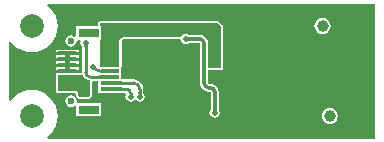
<source format=gbl>
G04*
G04 #@! TF.GenerationSoftware,Altium Limited,Altium Designer,18.1.7 (191)*
G04*
G04 Layer_Physical_Order=2*
G04 Layer_Color=16711680*
%FSLAX24Y24*%
%MOIN*%
G70*
G01*
G75*
%ADD11C,0.0100*%
%ADD22C,0.0394*%
%ADD23C,0.0236*%
%ADD25C,0.0120*%
%ADD33C,0.0787*%
%ADD34C,0.0200*%
%ADD35R,0.0630X0.0118*%
%ADD36R,0.0709X0.0315*%
G36*
X12350Y150D02*
X1436D01*
X1418Y200D01*
X1518Y282D01*
X1627Y414D01*
X1708Y565D01*
X1757Y729D01*
X1774Y900D01*
X1757Y1071D01*
X1708Y1235D01*
X1627Y1386D01*
X1518Y1518D01*
X1386Y1627D01*
X1235Y1708D01*
X1071Y1757D01*
X900Y1774D01*
X729Y1757D01*
X565Y1708D01*
X414Y1627D01*
X282Y1518D01*
X200Y1418D01*
X150Y1436D01*
X150Y3364D01*
X200Y3382D01*
X282Y3282D01*
X414Y3173D01*
X565Y3092D01*
X729Y3043D01*
X900Y3026D01*
X1071Y3043D01*
X1235Y3092D01*
X1386Y3173D01*
X1518Y3282D01*
X1627Y3414D01*
X1708Y3565D01*
X1757Y3729D01*
X1774Y3900D01*
X1757Y4071D01*
X1708Y4235D01*
X1627Y4386D01*
X1518Y4518D01*
X1418Y4600D01*
X1436Y4650D01*
X12350D01*
X12350Y150D01*
D02*
G37*
%LPC*%
G36*
X10595Y4169D02*
X10526Y4160D01*
X10461Y4133D01*
X10405Y4090D01*
X10362Y4035D01*
X10335Y3970D01*
X10326Y3900D01*
X10335Y3830D01*
X10362Y3765D01*
X10405Y3710D01*
X10461Y3667D01*
X10526Y3640D01*
X10595Y3631D01*
X10665Y3640D01*
X10730Y3667D01*
X10786Y3710D01*
X10828Y3765D01*
X10855Y3830D01*
X10864Y3900D01*
X10855Y3970D01*
X10828Y4035D01*
X10786Y4090D01*
X10730Y4133D01*
X10665Y4160D01*
X10595Y4169D01*
D02*
G37*
G36*
X7100Y4071D02*
X3194Y4071D01*
X3166Y4066D01*
X3143Y4050D01*
X3128Y4027D01*
X3122Y4000D01*
Y3907D01*
X2376D01*
Y3577D01*
X2326Y3553D01*
X2283Y3581D01*
X2209Y3596D01*
X2136Y3581D01*
X2074Y3540D01*
X2032Y3477D01*
X2018Y3404D01*
X2032Y3331D01*
X2074Y3268D01*
X2136Y3227D01*
X2209Y3212D01*
X2283Y3227D01*
X2345Y3268D01*
X2387Y3331D01*
X2401Y3404D01*
X2399Y3413D01*
X2431Y3452D01*
X2508D01*
X2537Y3402D01*
X2527Y3350D01*
X2540Y3284D01*
X2577Y3229D01*
X2577Y3228D01*
X2577Y3225D01*
X2578Y3221D01*
Y2350D01*
X2529Y2341D01*
X2476D01*
Y2350D01*
X2091D01*
X1706D01*
Y2301D01*
X1704Y2297D01*
X1699Y2270D01*
Y1750D01*
X1704Y1723D01*
X1706Y1719D01*
Y1680D01*
X1761D01*
X1770Y1679D01*
X2329Y1679D01*
X2379Y1629D01*
Y1600D01*
X2384Y1573D01*
X2400Y1550D01*
X2450Y1500D01*
X2473Y1484D01*
X2500Y1479D01*
X2800Y1479D01*
X2827Y1484D01*
X2850Y1500D01*
X2900Y1550D01*
X2916Y1573D01*
X2921Y1600D01*
X2921Y2042D01*
X2947Y2075D01*
X2953Y2081D01*
X3124D01*
Y1680D01*
X3822D01*
X3822Y1680D01*
X3823Y1680D01*
X3894D01*
Y1687D01*
X4027D01*
X4050Y1647D01*
X4051Y1632D01*
X4040Y1616D01*
X4027Y1550D01*
X4040Y1484D01*
X4077Y1427D01*
X4134Y1390D01*
X4200Y1377D01*
X4266Y1390D01*
X4323Y1427D01*
X4325Y1431D01*
X4375D01*
X4377Y1427D01*
X4434Y1390D01*
X4500Y1377D01*
X4566Y1390D01*
X4623Y1427D01*
X4660Y1484D01*
X4673Y1550D01*
X4660Y1616D01*
X4623Y1671D01*
X4623Y1672D01*
X4623Y1675D01*
X4622Y1679D01*
Y1807D01*
X4623D01*
X4612Y1890D01*
X4580Y1968D01*
X4528Y2035D01*
X4462Y2086D01*
X4384Y2118D01*
X4300Y2129D01*
Y2129D01*
X3894D01*
Y2531D01*
X3895Y2538D01*
Y3370D01*
X3897Y3390D01*
X3914Y3431D01*
X3942Y3460D01*
X3983Y3477D01*
X4004Y3479D01*
X5850Y3479D01*
X5857Y3469D01*
X5870Y3403D01*
X5908Y3347D01*
X5964Y3309D01*
X6031Y3296D01*
X6097Y3309D01*
X6137Y3336D01*
X6146Y3337D01*
X6500D01*
Y3336D01*
X6511Y3331D01*
X6516Y3319D01*
X6517D01*
Y2000D01*
X6518Y1998D01*
X6527Y1927D01*
X6555Y1859D01*
X6600Y1800D01*
X6659Y1755D01*
X6727Y1727D01*
X6798Y1718D01*
X6800Y1717D01*
X6850D01*
Y1716D01*
X6861Y1711D01*
X6866Y1700D01*
X6867D01*
Y1130D01*
X6867Y1127D01*
X6840Y1086D01*
X6827Y1019D01*
X6840Y953D01*
X6877Y897D01*
X6934Y859D01*
X7000Y846D01*
X7066Y859D01*
X7123Y897D01*
X7160Y953D01*
X7173Y1019D01*
X7160Y1086D01*
X7133Y1126D01*
X7133Y1135D01*
Y1700D01*
X7132Y1702D01*
X7123Y1773D01*
X7095Y1841D01*
X7050Y1900D01*
X6991Y1945D01*
X6923Y1973D01*
X6852Y1982D01*
X6850Y1983D01*
X6800D01*
Y1984D01*
X6789Y1989D01*
X6784Y2000D01*
X6783D01*
Y2429D01*
X7200D01*
X7227Y2434D01*
X7250Y2450D01*
X7266Y2473D01*
X7271Y2500D01*
Y3900D01*
X7266Y3927D01*
X7250Y3950D01*
X7150Y4050D01*
X7127Y4066D01*
X7100Y4071D01*
D02*
G37*
G36*
X2091Y3123D02*
X2074Y3120D01*
X1706D01*
Y3041D01*
X2091D01*
X2476D01*
Y3120D01*
X2109D01*
X2091Y3123D01*
D02*
G37*
G36*
X2476Y2941D02*
X2153D01*
X2153Y2934D01*
X2211D01*
X2200Y2933D01*
X2190Y2929D01*
X2181Y2923D01*
X2173Y2914D01*
X2166Y2904D01*
X2162Y2892D01*
X2166Y2881D01*
X2173Y2870D01*
X2181Y2861D01*
X2190Y2855D01*
X2200Y2852D01*
X2211Y2850D01*
X2153D01*
X2153Y2844D01*
X2476D01*
Y2941D01*
D02*
G37*
G36*
X2030D02*
X1706D01*
Y2844D01*
X2030D01*
X2029Y2850D01*
X1971D01*
X1983Y2852D01*
X1993Y2855D01*
X2002Y2861D01*
X2010Y2870D01*
X2016Y2881D01*
X2021Y2892D01*
X2016Y2904D01*
X2010Y2914D01*
X2002Y2923D01*
X1993Y2929D01*
X1983Y2933D01*
X1971Y2934D01*
X2029D01*
X2030Y2941D01*
D02*
G37*
G36*
X2476Y2744D02*
X2153D01*
X2153Y2737D01*
X2211D01*
X2200Y2736D01*
X2190Y2732D01*
X2181Y2726D01*
X2173Y2718D01*
X2166Y2707D01*
X2162Y2695D01*
X2166Y2684D01*
X2173Y2673D01*
X2181Y2664D01*
X2190Y2658D01*
X2200Y2655D01*
X2211Y2654D01*
X2153D01*
X2153Y2647D01*
X2476D01*
Y2665D01*
Y2744D01*
D02*
G37*
G36*
X2030D02*
X1706D01*
Y2665D01*
Y2647D01*
X2030D01*
X2029Y2654D01*
X1971D01*
X1983Y2655D01*
X1993Y2658D01*
X2002Y2664D01*
X2010Y2673D01*
X2016Y2684D01*
X2021Y2695D01*
X2016Y2707D01*
X2010Y2718D01*
X2002Y2726D01*
X1993Y2732D01*
X1983Y2736D01*
X1971Y2737D01*
X2029D01*
X2030Y2744D01*
D02*
G37*
G36*
X2476Y2547D02*
X2153D01*
X2153Y2540D01*
X2211D01*
X2200Y2539D01*
X2190Y2535D01*
X2181Y2529D01*
X2173Y2521D01*
X2166Y2510D01*
X2162Y2498D01*
X2166Y2487D01*
X2173Y2476D01*
X2181Y2468D01*
X2190Y2462D01*
X2200Y2458D01*
X2211Y2457D01*
X2153D01*
X2153Y2450D01*
X2476D01*
Y2547D01*
D02*
G37*
G36*
X2030D02*
X1706D01*
Y2450D01*
X2030D01*
X2029Y2457D01*
X1971D01*
X1983Y2458D01*
X1993Y2462D01*
X2002Y2468D01*
X2010Y2476D01*
X2016Y2487D01*
X2021Y2498D01*
X2016Y2510D01*
X2010Y2521D01*
X2002Y2529D01*
X1993Y2535D01*
X1983Y2539D01*
X1971Y2540D01*
X2029D01*
X2030Y2547D01*
D02*
G37*
G36*
X2209Y1588D02*
X2136Y1573D01*
X2074Y1532D01*
X2032Y1469D01*
X2018Y1396D01*
X2032Y1323D01*
X2074Y1260D01*
X2136Y1219D01*
X2209Y1204D01*
X2283Y1219D01*
X2326Y1247D01*
X2376Y1223D01*
Y893D01*
X3224D01*
Y1348D01*
X2431D01*
X2399Y1387D01*
X2401Y1396D01*
X2387Y1469D01*
X2345Y1532D01*
X2283Y1573D01*
X2209Y1588D01*
D02*
G37*
G36*
X10832Y1169D02*
X10762Y1160D01*
X10697Y1133D01*
X10641Y1090D01*
X10598Y1035D01*
X10572Y970D01*
X10562Y900D01*
X10572Y830D01*
X10598Y765D01*
X10641Y710D01*
X10697Y667D01*
X10762Y640D01*
X10832Y631D01*
X10901Y640D01*
X10966Y667D01*
X11022Y710D01*
X11065Y765D01*
X11091Y830D01*
X11101Y900D01*
X11091Y970D01*
X11065Y1035D01*
X11022Y1090D01*
X10966Y1133D01*
X10901Y1160D01*
X10832Y1169D01*
D02*
G37*
%LPD*%
G36*
X6104Y3538D02*
X6108Y3536D01*
X6112Y3534D01*
X6118Y3533D01*
X6124Y3532D01*
X6140Y3530D01*
X6159Y3530D01*
X6171Y3529D01*
Y3409D01*
X6159Y3409D01*
X6124Y3407D01*
X6118Y3406D01*
X6112Y3405D01*
X6108Y3403D01*
X6104Y3401D01*
X6102Y3399D01*
Y3539D01*
X6104Y3538D01*
D02*
G37*
G36*
X2766Y3274D02*
X2763Y3269D01*
X2760Y3264D01*
X2757Y3257D01*
X2755Y3250D01*
X2753Y3242D01*
X2752Y3234D01*
X2751Y3224D01*
X2750Y3203D01*
X2650D01*
X2650Y3214D01*
X2648Y3234D01*
X2647Y3242D01*
X2645Y3250D01*
X2643Y3257D01*
X2640Y3264D01*
X2637Y3269D01*
X2634Y3274D01*
X2630Y3279D01*
X2770D01*
X2766Y3274D01*
D02*
G37*
G36*
X7200Y3900D02*
Y2500D01*
X6783D01*
Y3319D01*
X6782Y3321D01*
X6773Y3393D01*
X6745Y3461D01*
X6700Y3519D01*
X6641Y3564D01*
X6573Y3592D01*
X6502Y3602D01*
X6500Y3602D01*
X6141D01*
X6138Y3602D01*
X6097Y3630D01*
X6031Y3643D01*
X5964Y3630D01*
X5908Y3592D01*
X5880Y3550D01*
X4000Y3550D01*
X3966Y3547D01*
X3902Y3520D01*
X3853Y3472D01*
X3827Y3408D01*
X3824Y3374D01*
Y2538D01*
X3194Y2538D01*
Y3452D01*
X3224D01*
Y3907D01*
X3194D01*
Y4000D01*
X7100Y4000D01*
X7200Y3900D01*
D02*
G37*
G36*
X3195Y2145D02*
X3194Y2147D01*
X3191Y2148D01*
X3186Y2149D01*
X3179Y2150D01*
X3159Y2152D01*
X3095Y2153D01*
Y2253D01*
X3114Y2253D01*
X3191Y2258D01*
X3194Y2260D01*
X3195Y2261D01*
Y2145D01*
D02*
G37*
G36*
X3823Y2063D02*
X3826Y2061D01*
X3831Y2060D01*
X3838Y2059D01*
X3858Y2058D01*
X3922Y2056D01*
Y1956D01*
X3903Y1956D01*
X3826Y1951D01*
X3823Y1950D01*
X3822Y1948D01*
Y2064D01*
X3823Y2063D01*
D02*
G37*
G36*
Y1866D02*
X3826Y1864D01*
X3831Y1863D01*
X3838Y1862D01*
X3858Y1861D01*
X3922Y1859D01*
Y1759D01*
X3903Y1759D01*
X3826Y1754D01*
X3823Y1753D01*
X3822Y1752D01*
Y1867D01*
X3823Y1866D01*
D02*
G37*
G36*
X4550Y1686D02*
X4552Y1666D01*
X4553Y1658D01*
X4555Y1650D01*
X4557Y1643D01*
X4560Y1636D01*
X4563Y1631D01*
X4566Y1626D01*
X4570Y1621D01*
X4430D01*
X4434Y1626D01*
X4437Y1631D01*
X4440Y1636D01*
X4443Y1643D01*
X4445Y1650D01*
X4447Y1658D01*
X4448Y1666D01*
X4449Y1676D01*
X4450Y1697D01*
X4550D01*
X4550Y1686D01*
D02*
G37*
G36*
X2622Y2220D02*
X2664Y2167D01*
X2717Y2126D01*
X2780Y2100D01*
X2847Y2091D01*
X2850Y2042D01*
X2850Y1600D01*
X2800Y1550D01*
X2500Y1550D01*
X2450Y1600D01*
X2450Y1706D01*
X2406Y1750D01*
X1770Y1750D01*
Y2270D01*
X2602D01*
X2622Y2220D01*
D02*
G37*
G36*
X7060Y1148D02*
X7063Y1113D01*
X7064Y1107D01*
X7065Y1101D01*
X7066Y1097D01*
X7068Y1093D01*
X7070Y1091D01*
X6930D01*
X6932Y1093D01*
X6934Y1097D01*
X6935Y1101D01*
X6936Y1107D01*
X6938Y1113D01*
X6939Y1129D01*
X6940Y1148D01*
X6940Y1159D01*
X7060D01*
X7060Y1148D01*
D02*
G37*
D11*
X2700Y2350D02*
G03*
X2847Y2203I147J0D01*
G01*
X3041Y2459D02*
G03*
X3183Y2400I141J141D01*
G01*
X4500Y1807D02*
G03*
X4300Y2006I-200J0D01*
G01*
X4200Y1659D02*
G03*
X4050Y1809I-150J0D01*
G01*
X2700Y2350D02*
Y3350D01*
X2847Y2203D02*
X3509D01*
X3183Y2400D02*
X3509D01*
X2950Y2550D02*
X3041Y2459D01*
X4500Y1550D02*
Y1807D01*
X3659Y2006D02*
X4300D01*
X4200Y1550D02*
Y1659D01*
X3659Y1809D02*
X4050D01*
D22*
X10832Y900D02*
D03*
X10595Y3900D02*
D03*
D23*
X2209Y1396D02*
D03*
Y3404D02*
D03*
D25*
X7000Y1700D02*
G03*
X6850Y1850I-150J0D01*
G01*
X6650Y3319D02*
G03*
X6500Y3469I-150J0D01*
G01*
X6650Y2000D02*
G03*
X6800Y1850I150J0D01*
G01*
X6031Y3469D02*
X6500D01*
X7000Y1019D02*
Y1700D01*
X6800Y1850D02*
X6850D01*
X6650Y2000D02*
Y3319D01*
X2091Y2794D02*
Y2991D01*
Y2597D02*
Y2794D01*
Y2400D02*
Y2597D01*
D33*
X900Y3900D02*
D03*
Y900D02*
D03*
D34*
X1900Y400D02*
D03*
X400Y2000D02*
D03*
X1000D02*
D03*
X1300Y2400D02*
D03*
X700D02*
D03*
X1000Y2800D02*
D03*
X400D02*
D03*
X2000Y3801D02*
D03*
X2300Y4300D02*
D03*
X2900D02*
D03*
X8300D02*
D03*
X9800Y2500D02*
D03*
X10100Y1900D02*
D03*
X11300D02*
D03*
X11900D02*
D03*
X11000Y1300D02*
D03*
X6500Y4300D02*
D03*
X4100D02*
D03*
X10400Y1300D02*
D03*
Y2500D02*
D03*
X10700Y1900D02*
D03*
X11600Y3700D02*
D03*
X10700Y3100D02*
D03*
X4700Y4300D02*
D03*
X5300D02*
D03*
X9800Y3700D02*
D03*
X11600Y2500D02*
D03*
X9800Y1300D02*
D03*
X11000Y3700D02*
D03*
X11300Y3100D02*
D03*
X7700Y4300D02*
D03*
X11600Y1300D02*
D03*
X11000Y2500D02*
D03*
X10100Y3100D02*
D03*
X11900D02*
D03*
X8900Y4300D02*
D03*
X3500D02*
D03*
X7100D02*
D03*
X5900D02*
D03*
X9000Y800D02*
D03*
X8400D02*
D03*
X7000Y1019D02*
D03*
X8000Y400D02*
D03*
X8600D02*
D03*
X4950D02*
D03*
X5550D02*
D03*
X7000Y2690D02*
D03*
X2650Y2010D02*
D03*
Y1750D02*
D03*
X2950Y2550D02*
D03*
X2700Y3350D02*
D03*
X7000Y2110D02*
D03*
X4500Y1550D02*
D03*
X4200D02*
D03*
X6031Y3469D02*
D03*
D35*
X2091Y2400D02*
D03*
Y2597D02*
D03*
Y2794D02*
D03*
Y2991D02*
D03*
Y2203D02*
D03*
Y2006D02*
D03*
Y1809D02*
D03*
X3509Y2400D02*
D03*
Y2597D02*
D03*
Y2794D02*
D03*
Y2991D02*
D03*
Y2203D02*
D03*
Y2006D02*
D03*
Y1809D02*
D03*
D36*
X2800Y3680D02*
D03*
Y1120D02*
D03*
M02*

</source>
